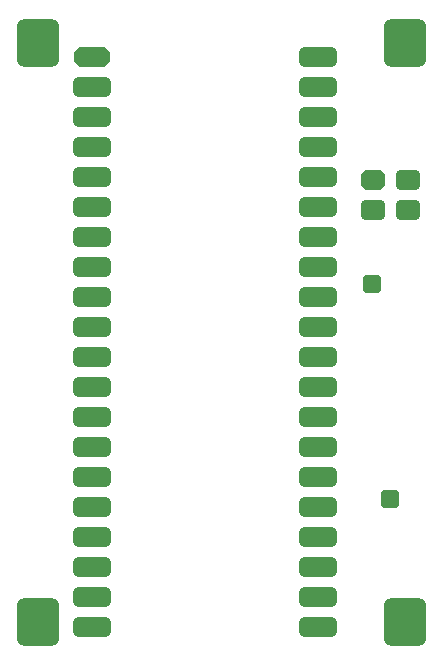
<source format=gbr>
%TF.GenerationSoftware,Altium Limited,Altium Designer,25.5.2 (35)*%
G04 Layer_Color=255*
%FSLAX45Y45*%
%MOMM*%
%TF.SameCoordinates,04C475F5-62FD-4A33-8D44-780EF8A6E366*%
%TF.FilePolarity,Positive*%
%TF.FileFunction,Pads,Bot*%
%TF.Part,Single*%
G01*
G75*
%TA.AperFunction,ComponentPad*%
G04:AMPARAMS|DCode=17|XSize=1.55mm|YSize=1.6mm|CornerRadius=0.3875mm|HoleSize=0mm|Usage=FLASHONLY|Rotation=270.000|XOffset=0mm|YOffset=0mm|HoleType=Round|Shape=RoundedRectangle|*
%AMROUNDEDRECTD17*
21,1,1.55000,0.82500,0,0,270.0*
21,1,0.77500,1.60000,0,0,270.0*
1,1,0.77500,-0.41250,-0.38750*
1,1,0.77500,-0.41250,0.38750*
1,1,0.77500,0.41250,0.38750*
1,1,0.77500,0.41250,-0.38750*
%
%ADD17ROUNDEDRECTD17*%
G04:AMPARAMS|DCode=19|XSize=1.7mm|YSize=3.2mm|CornerRadius=0.425mm|HoleSize=0mm|Usage=FLASHONLY|Rotation=90.000|XOffset=0mm|YOffset=0mm|HoleType=Round|Shape=RoundedRectangle|*
%AMROUNDEDRECTD19*
21,1,1.70000,2.35001,0,0,90.0*
21,1,0.85000,3.20000,0,0,90.0*
1,1,0.85000,1.17500,0.42500*
1,1,0.85000,1.17500,-0.42500*
1,1,0.85000,-1.17500,-0.42500*
1,1,0.85000,-1.17500,0.42500*
%
%ADD19ROUNDEDRECTD19*%
G04:AMPARAMS|DCode=20|XSize=4mm|YSize=3.6mm|CornerRadius=0.54mm|HoleSize=0mm|Usage=FLASHONLY|Rotation=90.000|XOffset=0mm|YOffset=0mm|HoleType=Round|Shape=RoundedRectangle|*
%AMROUNDEDRECTD20*
21,1,4.00000,2.52000,0,0,90.0*
21,1,2.92000,3.60000,0,0,90.0*
1,1,1.08000,1.26000,1.46000*
1,1,1.08000,1.26000,-1.46000*
1,1,1.08000,-1.26000,-1.46000*
1,1,1.08000,-1.26000,1.46000*
%
%ADD20ROUNDEDRECTD20*%
G04:AMPARAMS|DCode=21|XSize=1.7mm|YSize=2.1mm|CornerRadius=0.425mm|HoleSize=0mm|Usage=FLASHONLY|Rotation=270.000|XOffset=0mm|YOffset=0mm|HoleType=Round|Shape=RoundedRectangle|*
%AMROUNDEDRECTD21*
21,1,1.70000,1.25001,0,0,270.0*
21,1,0.85000,2.10000,0,0,270.0*
1,1,0.85000,-0.62500,-0.42500*
1,1,0.85000,-0.62500,0.42500*
1,1,0.85000,0.62500,0.42500*
1,1,0.85000,0.62500,-0.42500*
%
%ADD21ROUNDEDRECTD21*%
G04:AMPARAMS|DCode=22|XSize=1.7mm|YSize=2.1mm|CornerRadius=0mm|HoleSize=0mm|Usage=FLASHONLY|Rotation=270.000|XOffset=0mm|YOffset=0mm|HoleType=Round|Shape=Octagon|*
%AMOCTAGOND22*
4,1,8,1.05000,0.42500,1.05000,-0.42500,0.62500,-0.85000,-0.62500,-0.85000,-1.05000,-0.42500,-1.05000,0.42500,-0.62500,0.85000,0.62500,0.85000,1.05000,0.42500,0.0*
%
%ADD22OCTAGOND22*%

G04:AMPARAMS|DCode=24|XSize=1.7mm|YSize=3mm|CornerRadius=0mm|HoleSize=0mm|Usage=FLASHONLY|Rotation=270.000|XOffset=0mm|YOffset=0mm|HoleType=Round|Shape=Octagon|*
%AMOCTAGOND24*
4,1,8,1.50000,0.42500,1.50000,-0.42500,1.07500,-0.85000,-1.07500,-0.85000,-1.50000,-0.42500,-1.50000,0.42500,-1.07500,0.85000,1.07500,0.85000,1.50000,0.42500,0.0*
%
%ADD24OCTAGOND24*%

D17*
X3127000Y3160000D02*
D03*
X3277000Y1340000D02*
D03*
D19*
X2668000Y262000D02*
D03*
Y516000D02*
D03*
Y770000D02*
D03*
Y1024000D02*
D03*
Y1278000D02*
D03*
Y1532000D02*
D03*
Y1786000D02*
D03*
Y2040000D02*
D03*
Y2294000D02*
D03*
Y2548000D02*
D03*
Y2802000D02*
D03*
Y3056000D02*
D03*
Y3310000D02*
D03*
Y3564000D02*
D03*
Y3818000D02*
D03*
Y4072000D02*
D03*
Y4326000D02*
D03*
Y4580000D02*
D03*
Y4834000D02*
D03*
Y5088000D02*
D03*
X750000Y262000D02*
D03*
Y516000D02*
D03*
Y770000D02*
D03*
Y1024000D02*
D03*
Y1278000D02*
D03*
Y1532000D02*
D03*
Y1786000D02*
D03*
Y2040000D02*
D03*
Y2294000D02*
D03*
Y2548000D02*
D03*
Y2802000D02*
D03*
Y3056000D02*
D03*
Y3310000D02*
D03*
Y3564000D02*
D03*
Y3818000D02*
D03*
Y4072000D02*
D03*
Y4326000D02*
D03*
Y4580000D02*
D03*
Y4834000D02*
D03*
D20*
X3400000Y5200000D02*
D03*
X300000Y300000D02*
D03*
Y5200000D02*
D03*
X3400000Y300000D02*
D03*
D21*
X3136000Y3790000D02*
D03*
X3430000D02*
D03*
Y4044000D02*
D03*
D22*
X3136000D02*
D03*
D24*
X750000Y5088000D02*
D03*
%TF.MD5,1a5c2b526a5bba0e94e5ba0e4c4d4b97*%
M02*

</source>
